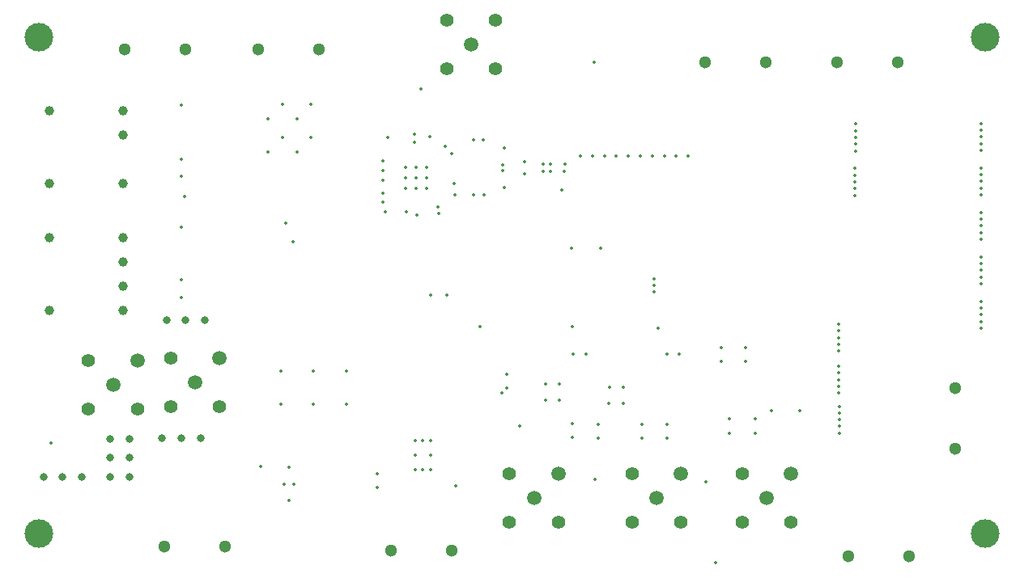
<source format=gbr>
%TF.GenerationSoftware,Altium Limited,Altium Designer,22.0.2 (36)*%
G04 Layer_Color=0*
%FSLAX45Y45*%
%MOMM*%
%TF.SameCoordinates,A85A4143-1F01-4578-B965-72C63468A48A*%
%TF.FilePolarity,Positive*%
%TF.FileFunction,Plated,1,4,PTH,Drill*%
%TF.Part,Single*%
G01*
G75*
%TA.AperFunction,ComponentDrill*%
%ADD90C,0.35000*%
%ADD91C,0.35000*%
%ADD92C,1.50000*%
%ADD93C,1.39700*%
%ADD94C,1.49860*%
%ADD95C,0.80000*%
%ADD96C,1.30000*%
%ADD97C,1.30000*%
%TA.AperFunction,OtherDrill,Pad Free-5 (99mm,52mm)*%
%ADD98C,3.00000*%
%TA.AperFunction,OtherDrill,Pad Free-4 (99mm,0mm)*%
%ADD99C,3.00000*%
%TA.AperFunction,OtherDrill,Pad Free-3 (0mm,0mm)*%
%ADD100C,3.00000*%
%TA.AperFunction,OtherDrill,Pad Free-2 (0mm,52mm)*%
%ADD101C,3.00000*%
%TA.AperFunction,ComponentDrill*%
%ADD102C,1.00000*%
%ADD103C,0.80000*%
%ADD104C,1.39700*%
%ADD105C,1.49860*%
%TA.AperFunction,ViaDrill,NotFilled*%
%ADD106C,0.35000*%
D90*
X3216900Y1703600D02*
D03*
X2874000D02*
D03*
X2531100D02*
D03*
D91*
X3216900Y1360700D02*
D03*
X2874000D02*
D03*
X2531100D02*
D03*
X5278200Y3800200D02*
D03*
X5354200Y3876200D02*
D03*
X5278200D02*
D03*
X5354200Y3800200D02*
D03*
D92*
X1032500Y1817500D02*
D03*
X6715270Y633040D02*
D03*
X7867770D02*
D03*
X1890000Y1843040D02*
D03*
X5435000Y633040D02*
D03*
D93*
X1032500Y1306960D02*
D03*
X521960D02*
D03*
Y1817500D02*
D03*
X6715270Y122500D02*
D03*
X6204730D02*
D03*
Y633040D02*
D03*
X7867770Y122500D02*
D03*
X7357230D02*
D03*
Y633040D02*
D03*
X1890000Y1332500D02*
D03*
X1379460D02*
D03*
Y1843040D02*
D03*
X5435000Y122500D02*
D03*
X4924460D02*
D03*
Y633040D02*
D03*
D94*
X777230Y1562230D02*
D03*
X6460000Y377770D02*
D03*
X7612500D02*
D03*
X1634730Y1587770D02*
D03*
X5179730Y377770D02*
D03*
D95*
X1737090Y2237503D02*
D03*
X1537091D02*
D03*
X1337091D02*
D03*
X1692498Y1002499D02*
D03*
X1492498D02*
D03*
X1292499D02*
D03*
X50002Y595001D02*
D03*
X250002D02*
D03*
X450001D02*
D03*
D96*
X8985873Y4939243D02*
D03*
X8350873D02*
D03*
X7603376D02*
D03*
X6968376D02*
D03*
X9101406Y-234231D02*
D03*
X8466406D02*
D03*
X4320001Y-175000D02*
D03*
X3685001D02*
D03*
X1314998Y-130001D02*
D03*
X1949998D02*
D03*
X899998Y5075003D02*
D03*
X1534998D02*
D03*
X2295001D02*
D03*
X2930001D02*
D03*
D97*
X9588487Y892703D02*
D03*
Y1527703D02*
D03*
D98*
X9900000Y5200000D02*
D03*
D99*
Y0D02*
D03*
D100*
X0D02*
D03*
D101*
Y5200000D02*
D03*
D102*
X112501Y3098502D02*
D03*
Y2336502D02*
D03*
X882502Y3098502D02*
D03*
Y2844502D02*
D03*
Y2590502D02*
D03*
Y2336502D02*
D03*
X112501Y3666501D02*
D03*
Y4428501D02*
D03*
X882502D02*
D03*
Y4174501D02*
D03*
Y3666501D02*
D03*
D103*
X950000Y997500D02*
D03*
Y797500D02*
D03*
Y597501D02*
D03*
X750001D02*
D03*
Y797500D02*
D03*
Y997500D02*
D03*
D104*
X4775271Y4869730D02*
D03*
X4264731D02*
D03*
Y5380270D02*
D03*
X4775271D02*
D03*
D105*
X4520001Y5125000D02*
D03*
D106*
X4016999Y677000D02*
D03*
X8371759Y1196782D02*
D03*
Y1266782D02*
D03*
Y1336782D02*
D03*
X4849104Y3803871D02*
D03*
X5078184Y3900873D02*
D03*
Y3770094D02*
D03*
X3954962Y3341317D02*
D03*
X4174043Y3426584D02*
D03*
X4343951Y3674059D02*
D03*
X4349965Y3549974D02*
D03*
X4549965Y3547314D02*
D03*
X4548204Y4130344D02*
D03*
X4651175D02*
D03*
X4655896Y3547314D02*
D03*
X4849797Y3868829D02*
D03*
X4617684Y2174092D02*
D03*
X4097502Y2502092D02*
D03*
X4265000D02*
D03*
X7141487Y1951788D02*
D03*
X7389709D02*
D03*
X7141487Y1806617D02*
D03*
X7389709D02*
D03*
X3995976Y4657319D02*
D03*
X2400000Y4000000D02*
D03*
X2700000D02*
D03*
X2550000Y4150000D02*
D03*
X2850000D02*
D03*
X2400000Y4350000D02*
D03*
X2700000D02*
D03*
X2850000Y4500000D02*
D03*
X2550000D02*
D03*
X5880411Y2990084D02*
D03*
X5569588D02*
D03*
X5027498Y1126001D02*
D03*
X5814999Y568999D02*
D03*
X6980001Y545001D02*
D03*
X8369842Y1984864D02*
D03*
X8369842Y1914864D02*
D03*
X8369841Y2054864D02*
D03*
Y2124864D02*
D03*
X8369841Y2194864D02*
D03*
X8369794Y1544865D02*
D03*
X8369795Y1474865D02*
D03*
X8369794Y1614865D02*
D03*
Y1684865D02*
D03*
X8369793Y1754865D02*
D03*
X8539794Y3616861D02*
D03*
X8539794Y3546862D02*
D03*
X8539793Y3686861D02*
D03*
Y3756861D02*
D03*
X8539793Y3826862D02*
D03*
X8547292Y4082366D02*
D03*
X8547292Y4012367D02*
D03*
X8547291Y4152366D02*
D03*
Y4222366D02*
D03*
X8547291Y4292367D02*
D03*
X1487909Y2474998D02*
D03*
Y2662500D02*
D03*
Y3210002D02*
D03*
Y4492499D02*
D03*
X1523499Y3537500D02*
D03*
X1487909Y3747502D02*
D03*
Y3922498D02*
D03*
X2322912Y709916D02*
D03*
X2670799Y522500D02*
D03*
X2569199D02*
D03*
X2619999Y697760D02*
D03*
Y347240D02*
D03*
X3537911Y633040D02*
D03*
Y487869D02*
D03*
X4016999Y977000D02*
D03*
X3936999D02*
D03*
X4096999D02*
D03*
Y827000D02*
D03*
X3936999D02*
D03*
Y677000D02*
D03*
X4096999D02*
D03*
X4362091Y507498D02*
D03*
X4844999Y1474829D02*
D03*
X4892910Y1525154D02*
D03*
Y1670326D02*
D03*
X5445302Y1569588D02*
D03*
X5300131D02*
D03*
X5299913Y1402090D02*
D03*
X5445084D02*
D03*
X6112499Y1537091D02*
D03*
X5967328D02*
D03*
X6110086Y1369588D02*
D03*
X5964915D02*
D03*
X5850413Y1150327D02*
D03*
X5584589Y1152826D02*
D03*
Y1007655D02*
D03*
X5850413Y1005155D02*
D03*
X7956301Y1288697D02*
D03*
X7664201Y1288703D02*
D03*
X7496212Y1057317D02*
D03*
Y1202488D02*
D03*
X7222590D02*
D03*
Y1057317D02*
D03*
X6309592Y1145084D02*
D03*
Y999913D02*
D03*
X6572911D02*
D03*
Y1145084D02*
D03*
X5592500Y1882500D02*
D03*
X5722503D02*
D03*
X6569999D02*
D03*
X6697502D02*
D03*
X6434901Y2604700D02*
D03*
Y2672200D02*
D03*
Y2537200D02*
D03*
X5583798Y2174092D02*
D03*
X2659351Y3060000D02*
D03*
X2580409Y3252502D02*
D03*
X5502704Y3872919D02*
D03*
X5499454Y3800166D02*
D03*
X4865817Y4039347D02*
D03*
Y3624999D02*
D03*
X4184931Y3354368D02*
D03*
X3847292Y3371895D02*
D03*
X3603185Y3566317D02*
D03*
X3624765Y3371895D02*
D03*
X8371759Y1126782D02*
D03*
Y1056782D02*
D03*
X9855661Y2365633D02*
D03*
Y2435633D02*
D03*
Y2295633D02*
D03*
Y2225633D02*
D03*
Y2155633D02*
D03*
X9855663Y2831136D02*
D03*
Y2901136D02*
D03*
Y2761136D02*
D03*
Y2691136D02*
D03*
Y2621135D02*
D03*
Y3296636D02*
D03*
Y3366636D02*
D03*
Y3226636D02*
D03*
Y3156636D02*
D03*
Y3086635D02*
D03*
Y3762135D02*
D03*
Y3832136D02*
D03*
Y3692136D02*
D03*
Y3622136D02*
D03*
Y3552135D02*
D03*
Y4017635D02*
D03*
Y4087635D02*
D03*
Y4157636D02*
D03*
X4060563Y3841387D02*
D03*
Y3731390D02*
D03*
Y3621388D02*
D03*
X3950561Y3841387D02*
D03*
Y3731390D02*
D03*
Y3621388D02*
D03*
X3840563Y3841387D02*
D03*
Y3731390D02*
D03*
Y3621388D02*
D03*
X9855663Y4297636D02*
D03*
Y4227635D02*
D03*
X5811378Y4935765D02*
D03*
X6475003Y2154998D02*
D03*
X7079599Y-299998D02*
D03*
X4250977Y4061316D02*
D03*
X4318480Y3981316D02*
D03*
X4088183Y4163815D02*
D03*
X3649505Y4152791D02*
D03*
X125796Y949999D02*
D03*
X5468401Y3603139D02*
D03*
X3600681Y3471319D02*
D03*
X3603185Y3808819D02*
D03*
Y3908819D02*
D03*
Y3706315D02*
D03*
X3925978Y4188819D02*
D03*
Y4098816D02*
D03*
X6169228Y3958398D02*
D03*
X6041725D02*
D03*
X5918159D02*
D03*
X6294226D02*
D03*
X5668304D02*
D03*
X5793231D02*
D03*
X6542791D02*
D03*
X6417863D02*
D03*
X6667718D02*
D03*
X6792645D02*
D03*
%TF.MD5,839e729b0b58bf5c95cbad9be6861be0*%
M02*

</source>
